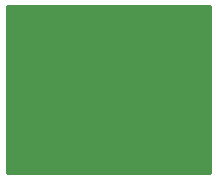
<source format=gbl>
G04 #@! TF.FileFunction,Copper,L2,Bot,Signal*
%FSLAX46Y46*%
G04 Gerber Fmt 4.6, Leading zero omitted, Abs format (unit mm)*
G04 Created by KiCad (PCBNEW 0.201508170901+6097~28~ubuntu14.04.1-product) date So 05 Jun 2016 18:44:43 CEST*
%MOMM*%
G01*
G04 APERTURE LIST*
%ADD10C,0.100000*%
%ADD11C,0.600000*%
%ADD12C,0.254000*%
G04 APERTURE END LIST*
D10*
D11*
X16052500Y-10712500D03*
X8432500Y-9442500D03*
X10337500Y-10712500D03*
X10655000Y-8490000D03*
X11925000Y-8490000D03*
X13195000Y-8490000D03*
X13195000Y-7855000D03*
X12560000Y-8490000D03*
X11290000Y-8490000D03*
X11290000Y-7855000D03*
X12560000Y-7855000D03*
X13195000Y-7220000D03*
X11925000Y-7855000D03*
X10655000Y-7855000D03*
X11290000Y-7220000D03*
X12560000Y-7220000D03*
X13195000Y-6585000D03*
X11925000Y-7220000D03*
X10655000Y-7220000D03*
X11290000Y-6585000D03*
X12560000Y-6585000D03*
X13195000Y-5950000D03*
X11925000Y-6585000D03*
X10655000Y-6585000D03*
X11290000Y-5950000D03*
X12560000Y-5950000D03*
X13195000Y-5315000D03*
X11925000Y-5950000D03*
X10655000Y-5950000D03*
X10655000Y-5315000D03*
X11925000Y-5315000D03*
X13195000Y-4680000D03*
X12560000Y-5315000D03*
X11290000Y-5315000D03*
X11290000Y-4680000D03*
X12560000Y-4680000D03*
X11925000Y-4680000D03*
X10655000Y-4680000D03*
X4940000Y-12935000D03*
X1765000Y-14205000D03*
X3035000Y-14205000D03*
X4305000Y-14205000D03*
X4940000Y-13570000D03*
X4940000Y-14205000D03*
X3670000Y-14205000D03*
X2400000Y-14205000D03*
X1130000Y-14205000D03*
X1765000Y-13570000D03*
X3035000Y-13570000D03*
X4305000Y-13570000D03*
X4940000Y-12300000D03*
X3670000Y-13570000D03*
X2400000Y-13570000D03*
X1130000Y-13570000D03*
X1765000Y-11030000D03*
X3035000Y-11030000D03*
X4305000Y-11030000D03*
X4940000Y-11665000D03*
X4940000Y-11030000D03*
X3670000Y-11030000D03*
X2400000Y-11030000D03*
X1130000Y-11030000D03*
D12*
G36*
X17594800Y-14594800D02*
X405200Y-14594800D01*
X405200Y-405200D01*
X17594800Y-405200D01*
X17594800Y-14594800D01*
X17594800Y-14594800D01*
G37*
X17594800Y-14594800D02*
X405200Y-14594800D01*
X405200Y-405200D01*
X17594800Y-405200D01*
X17594800Y-14594800D01*
M02*

</source>
